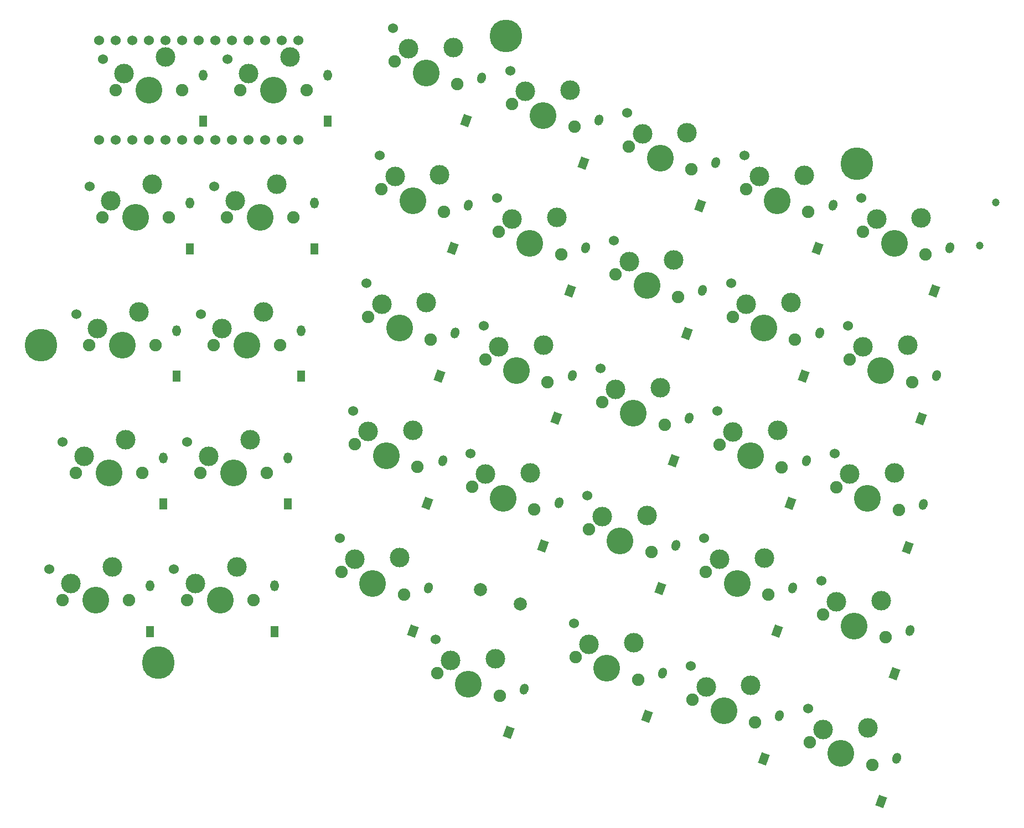
<source format=gbr>
%TF.GenerationSoftware,KiCad,Pcbnew,(6.0.5)*%
%TF.CreationDate,2022-06-09T21:08:53+09:00*%
%TF.ProjectId,KEMgonomics,4b454d67-6f6e-46f6-9d69-63732e6b6963,rev?*%
%TF.SameCoordinates,Original*%
%TF.FileFunction,Soldermask,Top*%
%TF.FilePolarity,Negative*%
%FSLAX46Y46*%
G04 Gerber Fmt 4.6, Leading zero omitted, Abs format (unit mm)*
G04 Created by KiCad (PCBNEW (6.0.5)) date 2022-06-09 21:08:53*
%MOMM*%
%LPD*%
G01*
G04 APERTURE LIST*
G04 Aperture macros list*
%AMHorizOval*
0 Thick line with rounded ends*
0 $1 width*
0 $2 $3 position (X,Y) of the first rounded end (center of the circle)*
0 $4 $5 position (X,Y) of the second rounded end (center of the circle)*
0 Add line between two ends*
20,1,$1,$2,$3,$4,$5,0*
0 Add two circle primitives to create the rounded ends*
1,1,$1,$2,$3*
1,1,$1,$4,$5*%
%AMRotRect*
0 Rectangle, with rotation*
0 The origin of the aperture is its center*
0 $1 length*
0 $2 width*
0 $3 Rotation angle, in degrees counterclockwise*
0 Add horizontal line*
21,1,$1,$2,0,0,$3*%
G04 Aperture macros list end*
%ADD10C,1.900000*%
%ADD11C,4.100000*%
%ADD12C,3.000000*%
%ADD13C,1.524000*%
%ADD14C,5.000000*%
%ADD15C,1.200000*%
%ADD16RotRect,1.700000X1.300000X70.000000*%
%ADD17HorizOval,1.300000X0.068404X0.187939X-0.068404X-0.187939X0*%
%ADD18C,2.000000*%
%ADD19R,1.300000X1.700000*%
%ADD20O,1.300000X1.700000*%
G04 APERTURE END LIST*
D10*
%TO.C,SW22*%
X18287289Y-101341639D03*
D11*
X13207289Y-101341639D03*
D12*
X15747289Y-96261639D03*
X9397289Y-98801639D03*
D10*
X8127289Y-101341639D03*
D13*
X6122289Y-96591639D03*
%TD*%
D11*
%TO.C,SW26*%
X91377176Y-111759870D03*
D12*
X95501458Y-107854963D03*
X88665678Y-108069954D03*
D10*
X96150815Y-113497332D03*
X86603537Y-110022408D03*
D13*
X86344049Y-104873117D03*
%TD*%
D12*
%TO.C,SW21*%
X133343944Y-101355916D03*
X126508164Y-101570907D03*
D10*
X124446023Y-103523361D03*
X133993301Y-106998285D03*
D11*
X129219662Y-105260823D03*
D13*
X124186535Y-98374070D03*
%TD*%
D10*
%TO.C,SW28*%
X131953101Y-126528299D03*
D11*
X127179462Y-124790837D03*
D10*
X122405823Y-123053375D03*
D12*
X131303744Y-120885930D03*
X124467964Y-121100921D03*
D13*
X122146335Y-117904084D03*
%TD*%
D12*
%TO.C,SW6*%
X112687414Y-55995391D03*
X119523194Y-55780400D03*
D10*
X110625273Y-57947845D03*
X120172551Y-61422769D03*
D11*
X115398912Y-59685307D03*
D13*
X110365785Y-52798554D03*
%TD*%
D12*
%TO.C,SW4*%
X76885125Y-42964425D03*
D10*
X74822984Y-44916879D03*
D12*
X83720905Y-42749434D03*
D11*
X79596623Y-46654341D03*
D10*
X84370262Y-48391803D03*
D13*
X74563496Y-39767588D03*
%TD*%
D14*
%TO.C,H4*%
X20692091Y-130396655D03*
%TD*%
D11*
%TO.C,SW14*%
X131259858Y-85730808D03*
D10*
X126486219Y-83993346D03*
D12*
X128548360Y-82040892D03*
X135384140Y-81825901D03*
D10*
X136033497Y-87468270D03*
D13*
X126226731Y-78844055D03*
%TD*%
D12*
%TO.C,SW31*%
X57658970Y-114354010D03*
D11*
X53534688Y-118258917D03*
D12*
X50823190Y-114569001D03*
D10*
X48761049Y-116521455D03*
X58308327Y-119996379D03*
D13*
X48501561Y-111372164D03*
%TD*%
D12*
%TO.C,SW18*%
X72804728Y-82024455D03*
D10*
X80289865Y-87451833D03*
D11*
X75516226Y-85714371D03*
D12*
X79640508Y-81809464D03*
D10*
X70742587Y-83976909D03*
D13*
X70483099Y-78827618D03*
%TD*%
D15*
%TO.C,J1*%
X148797811Y-59949327D03*
X146403670Y-66527176D03*
%TD*%
D10*
%TO.C,SW32*%
X63404452Y-131987513D03*
X72951730Y-135462437D03*
D12*
X65466593Y-130035059D03*
D11*
X68178091Y-133724975D03*
D12*
X72302373Y-129820068D03*
D13*
X63144964Y-126838222D03*
%TD*%
D12*
%TO.C,SW7*%
X137424338Y-62295885D03*
D10*
X128526417Y-64463330D03*
D11*
X133300056Y-66200792D03*
D10*
X138073695Y-67938254D03*
D12*
X130588558Y-62510876D03*
D13*
X128266929Y-59314039D03*
%TD*%
D10*
%TO.C,SW16*%
X29217487Y-81811624D03*
X39377487Y-81811624D03*
D12*
X36837487Y-76731624D03*
X30487487Y-79271624D03*
D11*
X34297487Y-81811624D03*
D13*
X27212487Y-77061624D03*
%TD*%
D12*
%TO.C,SW33*%
X93461259Y-127384977D03*
D10*
X84563338Y-129552422D03*
D12*
X86625479Y-127599968D03*
D11*
X89336977Y-131289884D03*
D10*
X94110616Y-133027346D03*
D13*
X84303850Y-124403131D03*
%TD*%
D12*
%TO.C,SW19*%
X97541655Y-88324948D03*
X90705875Y-88539939D03*
D11*
X93417373Y-92229855D03*
D10*
X98191012Y-93967317D03*
X88643734Y-90492393D03*
D13*
X88384246Y-85343102D03*
%TD*%
D14*
%TO.C,H1*%
X73903794Y-34446027D03*
%TD*%
D10*
%TO.C,SW1*%
X24407882Y-42751593D03*
D12*
X15517882Y-40211593D03*
D11*
X19327882Y-42751593D03*
D10*
X14247882Y-42751593D03*
D12*
X21867882Y-37671593D03*
D13*
X12242882Y-38001593D03*
%TD*%
D12*
%TO.C,SW15*%
X17787487Y-76731623D03*
D10*
X20327487Y-81811623D03*
D12*
X11437487Y-79271623D03*
D10*
X10167487Y-81811623D03*
D11*
X15247487Y-81811623D03*
D13*
X8162487Y-77061623D03*
%TD*%
D12*
%TO.C,SW25*%
X77600311Y-101339479D03*
X70764531Y-101554470D03*
D10*
X68702390Y-103506924D03*
D11*
X73476029Y-105244386D03*
D10*
X78249668Y-106981848D03*
D13*
X68442902Y-98357633D03*
%TD*%
D11*
%TO.C,SW29*%
X11167090Y-120871656D03*
D10*
X6087090Y-120871656D03*
X16247090Y-120871656D03*
D12*
X13707090Y-115791656D03*
X7357090Y-118331656D03*
D13*
X4082090Y-116121656D03*
%TD*%
D12*
%TO.C,SW35*%
X129263547Y-140415945D03*
D10*
X129912904Y-146058314D03*
D11*
X125139265Y-144320852D03*
D10*
X120365626Y-142583390D03*
D12*
X122427767Y-140630936D03*
D13*
X120106138Y-137434099D03*
%TD*%
D12*
%TO.C,SW9*%
X38877685Y-57201607D03*
X32527685Y-59741607D03*
D10*
X31257685Y-62281607D03*
D11*
X36337685Y-62281607D03*
D10*
X41417685Y-62281607D03*
D13*
X29252685Y-57531607D03*
%TD*%
D10*
%TO.C,SW27*%
X104504679Y-116537891D03*
D12*
X106566820Y-114585437D03*
X113402600Y-114370446D03*
D11*
X109278318Y-118275353D03*
D10*
X114051957Y-120012815D03*
D13*
X104245191Y-111388600D03*
%TD*%
D11*
%TO.C,SW34*%
X107238120Y-137805369D03*
D12*
X104526622Y-134115453D03*
D10*
X102464481Y-136067907D03*
X112011759Y-139542831D03*
D12*
X111362402Y-133900462D03*
D13*
X102204993Y-130918616D03*
%TD*%
D11*
%TO.C,SW20*%
X111318513Y-98745338D03*
D10*
X106544874Y-97007876D03*
X116092152Y-100482800D03*
D12*
X115442795Y-94840431D03*
X108607015Y-95055422D03*
D13*
X106285386Y-91858585D03*
%TD*%
D10*
%TO.C,SW17*%
X52841444Y-77461426D03*
D12*
X54903585Y-75508972D03*
D10*
X62388722Y-80936350D03*
D11*
X57615083Y-79198888D03*
D12*
X61739365Y-75293981D03*
D13*
X52581956Y-72312135D03*
%TD*%
D10*
%TO.C,SW3*%
X66469119Y-41876319D03*
X56921841Y-38401395D03*
D12*
X65819762Y-36233950D03*
D11*
X61695480Y-40138857D03*
D12*
X58983982Y-36448941D03*
D13*
X56662353Y-33252104D03*
%TD*%
D16*
%TO.C,D31*%
X59665112Y-125566337D03*
D17*
X62059254Y-118988489D03*
%TD*%
D12*
%TO.C,SW30*%
X32757091Y-115791655D03*
D10*
X35297091Y-120871655D03*
D11*
X30217091Y-120871655D03*
D12*
X26407091Y-118331655D03*
D10*
X25137091Y-120871655D03*
D13*
X23132091Y-116121655D03*
%TD*%
D11*
%TO.C,SW8*%
X17287684Y-62281608D03*
D12*
X19827684Y-57201608D03*
X13477684Y-59741608D03*
D10*
X22367684Y-62281608D03*
X12207684Y-62281608D03*
D13*
X10202684Y-57531608D03*
%TD*%
D10*
%TO.C,SW24*%
X60348525Y-100466364D03*
D11*
X55574886Y-98728902D03*
D12*
X59699168Y-94823995D03*
X52863388Y-95038986D03*
D10*
X50801247Y-96991440D03*
D13*
X50541759Y-91842149D03*
%TD*%
D14*
%TO.C,H3*%
X2747487Y-81811623D03*
%TD*%
D16*
%TO.C,D19*%
X99547797Y-99537275D03*
D17*
X101941939Y-92959427D03*
%TD*%
D16*
%TO.C,D35*%
X131269689Y-151628272D03*
D17*
X133663831Y-145050424D03*
%TD*%
D18*
%TO.C,RSW1*%
X70010703Y-119187552D03*
X76118705Y-121410682D03*
%TD*%
D19*
%TO.C,D1*%
X27587882Y-47521593D03*
D20*
X27587882Y-40521593D03*
%TD*%
D19*
%TO.C,D8*%
X25547684Y-67051608D03*
D20*
X25547684Y-60051608D03*
%TD*%
D19*
%TO.C,D2*%
X46637883Y-47521594D03*
D20*
X46637883Y-40521594D03*
%TD*%
D16*
%TO.C,D24*%
X61854367Y-106036322D03*
D17*
X64248509Y-99458474D03*
%TD*%
D16*
%TO.C,D32*%
X74308515Y-141032395D03*
D17*
X76702657Y-134454547D03*
%TD*%
D19*
%TO.C,D29*%
X19427090Y-125641656D03*
D20*
X19427090Y-118641656D03*
%TD*%
D16*
%TO.C,D3*%
X67825904Y-47446277D03*
D17*
X70220046Y-40868429D03*
%TD*%
D16*
%TO.C,D13*%
X119489138Y-86522743D03*
D17*
X121883280Y-79944895D03*
%TD*%
D19*
%TO.C,D9*%
X44597685Y-67051607D03*
D20*
X44597685Y-60051607D03*
%TD*%
D19*
%TO.C,D30*%
X38477091Y-125641655D03*
D20*
X38477091Y-118641655D03*
%TD*%
D16*
%TO.C,D6*%
X121529336Y-66992727D03*
D17*
X123923478Y-60414879D03*
%TD*%
D19*
%TO.C,D15*%
X23507487Y-86581623D03*
D20*
X23507487Y-79581623D03*
%TD*%
D16*
%TO.C,D26*%
X97507600Y-119067290D03*
D17*
X99901742Y-112489442D03*
%TD*%
D16*
%TO.C,D25*%
X79606453Y-112551806D03*
D17*
X82000595Y-105973958D03*
%TD*%
D16*
%TO.C,D20*%
X117448937Y-106052758D03*
D17*
X119843079Y-99474910D03*
%TD*%
D19*
%TO.C,D16*%
X42581667Y-86581624D03*
D20*
X42581667Y-79581624D03*
%TD*%
D16*
%TO.C,D21*%
X135350086Y-112805289D03*
D17*
X137744228Y-106227441D03*
%TD*%
D16*
%TO.C,D5*%
X103628190Y-60477245D03*
D17*
X106022332Y-53899397D03*
%TD*%
D16*
%TO.C,D10*%
X65785705Y-66976290D03*
D17*
X68179847Y-60398442D03*
%TD*%
D16*
%TO.C,D18*%
X81646650Y-93021791D03*
D17*
X84040792Y-86443943D03*
%TD*%
D16*
%TO.C,D27*%
X115408742Y-125582773D03*
D17*
X117802884Y-119004925D03*
%TD*%
D16*
%TO.C,D17*%
X63745507Y-86506308D03*
D17*
X66139649Y-79928460D03*
%TD*%
D16*
%TO.C,D12*%
X101587993Y-80007258D03*
D17*
X103982135Y-73429410D03*
%TD*%
D19*
%TO.C,D22*%
X21467289Y-106111639D03*
D20*
X21467289Y-99111639D03*
%TD*%
D16*
%TO.C,D34*%
X113368544Y-145112789D03*
D17*
X115762686Y-138534941D03*
%TD*%
D16*
%TO.C,D14*%
X137390282Y-93038228D03*
D17*
X139784424Y-86460380D03*
%TD*%
D16*
%TO.C,D7*%
X139430480Y-73508212D03*
D17*
X141824622Y-66930364D03*
%TD*%
D16*
%TO.C,D33*%
X95467401Y-138597304D03*
D17*
X97861543Y-132019456D03*
%TD*%
D16*
%TO.C,D11*%
X83686849Y-73491775D03*
D17*
X86080991Y-66913927D03*
%TD*%
D19*
%TO.C,D23*%
X40517290Y-106111639D03*
D20*
X40517290Y-99111639D03*
%TD*%
D16*
%TO.C,D28*%
X133309886Y-132098257D03*
D17*
X135704028Y-125520409D03*
%TD*%
D16*
%TO.C,D4*%
X85727047Y-53961761D03*
D17*
X88121189Y-47383913D03*
%TD*%
D12*
%TO.C,SW10*%
X63779563Y-55763963D03*
D10*
X64428920Y-61406332D03*
D11*
X59655281Y-59668870D03*
D10*
X54881642Y-57931408D03*
D12*
X56943783Y-55978954D03*
D13*
X54622154Y-52782117D03*
%TD*%
D14*
%TO.C,H2*%
X127607226Y-53992477D03*
%TD*%
D10*
%TO.C,SW13*%
X118132353Y-80952785D03*
D12*
X117482996Y-75310416D03*
D11*
X113358714Y-79215323D03*
D12*
X110647216Y-75525407D03*
D10*
X108585075Y-77477861D03*
D13*
X108325587Y-72328570D03*
%TD*%
D10*
%TO.C,SW12*%
X100231208Y-74437300D03*
X90683930Y-70962376D03*
D12*
X99581851Y-68794931D03*
D11*
X95457569Y-72699838D03*
D12*
X92746071Y-69009922D03*
D13*
X90424442Y-65813085D03*
%TD*%
D11*
%TO.C,SW5*%
X97497766Y-53169825D03*
D12*
X101622048Y-49264918D03*
D10*
X102271405Y-54907287D03*
D12*
X94786268Y-49479909D03*
D10*
X92724127Y-51432363D03*
D13*
X92464639Y-46283072D03*
%TD*%
D12*
%TO.C,SW2*%
X34567883Y-40211594D03*
D10*
X33297883Y-42751594D03*
D11*
X38377883Y-42751594D03*
D10*
X43457883Y-42751594D03*
D12*
X40917883Y-37671594D03*
D13*
X31292883Y-38001594D03*
%TD*%
D12*
%TO.C,SW23*%
X28447290Y-98801639D03*
X34797290Y-96261639D03*
D10*
X27177290Y-101341639D03*
X37337290Y-101341639D03*
D11*
X32257290Y-101341639D03*
D13*
X25172290Y-96591639D03*
%TD*%
D12*
%TO.C,SW11*%
X74844927Y-62494439D03*
D11*
X77556425Y-66184355D03*
D12*
X81680707Y-62279448D03*
D10*
X72782786Y-64446893D03*
X82330064Y-67921817D03*
D13*
X72523298Y-59297602D03*
%TD*%
%TO.C,U1*%
X14247882Y-35131593D03*
X16787882Y-35121593D03*
X19327882Y-35121593D03*
X21867882Y-35121593D03*
X24407882Y-35121593D03*
X26947882Y-35121593D03*
X29487882Y-35121593D03*
X32027882Y-35121593D03*
X34567882Y-35121593D03*
X37107882Y-35121593D03*
X39647882Y-35121593D03*
X42187882Y-35121593D03*
X42187882Y-50381593D03*
X39647882Y-50381593D03*
X37107882Y-50381593D03*
X34567882Y-50381593D03*
X32027882Y-50381593D03*
X29487882Y-50381593D03*
X26947882Y-50381593D03*
X24407882Y-50381593D03*
X21867882Y-50371593D03*
X19327882Y-50371593D03*
X16787882Y-50371593D03*
X14247882Y-50371593D03*
X11707882Y-50371593D03*
X11707882Y-35131593D03*
%TD*%
M02*

</source>
